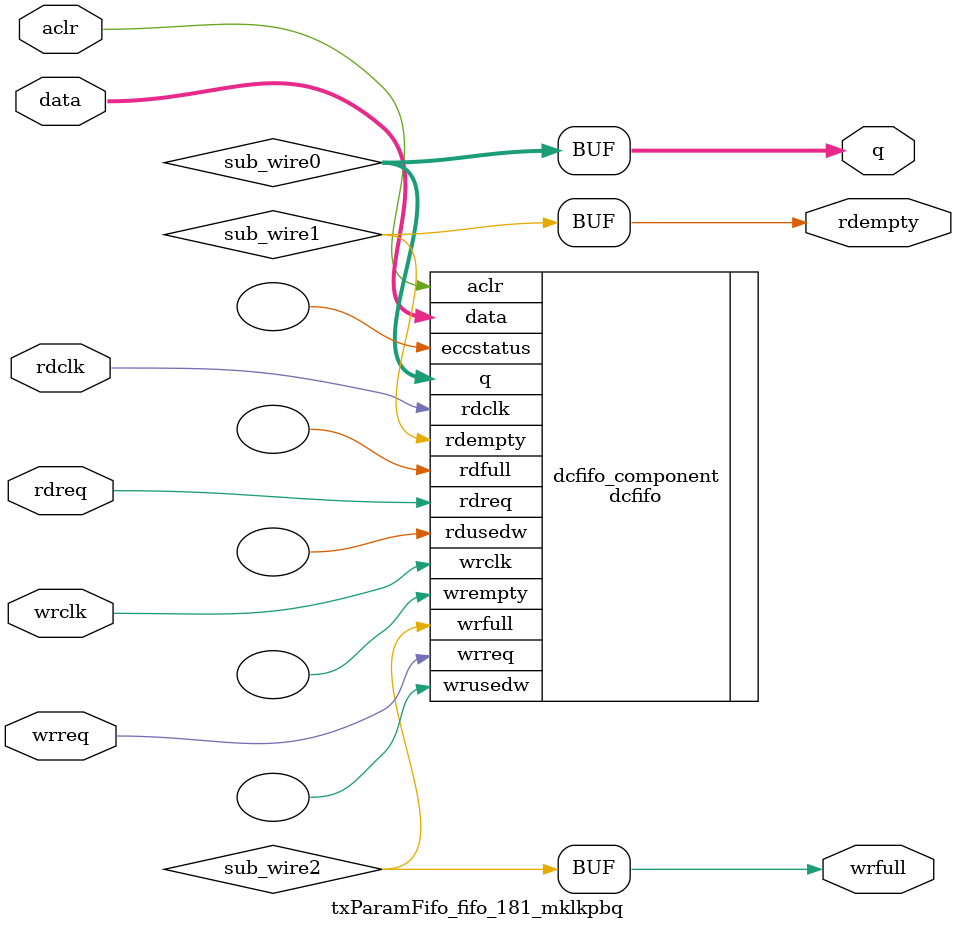
<source format=v>



`timescale 1 ps / 1 ps
// synopsys translate_on
module  txParamFifo_fifo_181_mklkpbq  (
    aclr,
    data,
    rdclk,
    rdreq,
    wrclk,
    wrreq,
    q,
    rdempty,
    wrfull);

    input    aclr;
    input  [10:0]  data;
    input    rdclk;
    input    rdreq;
    input    wrclk;
    input    wrreq;
    output [10:0]  q;
    output   rdempty;
    output   wrfull;
`ifndef ALTERA_RESERVED_QIS
// synopsys translate_off
`endif
    tri0     aclr;
`ifndef ALTERA_RESERVED_QIS
// synopsys translate_on
`endif

    wire [10:0] sub_wire0;
    wire  sub_wire1;
    wire  sub_wire2;
    wire [10:0] q = sub_wire0[10:0];
    wire  rdempty = sub_wire1;
    wire  wrfull = sub_wire2;

    dcfifo  dcfifo_component (
                .aclr (aclr),
                .data (data),
                .rdclk (rdclk),
                .rdreq (rdreq),
                .wrclk (wrclk),
                .wrreq (wrreq),
                .q (sub_wire0),
                .rdempty (sub_wire1),
                .wrfull (sub_wire2),
                .eccstatus (),
                .rdfull (),
                .rdusedw (),
                .wrempty (),
                .wrusedw ());
    defparam
        dcfifo_component.enable_ecc  = "FALSE",
        dcfifo_component.intended_device_family  = "Arria 10",
        dcfifo_component.lpm_hint  = "DISABLE_DCFIFO_EMBEDDED_TIMING_CONSTRAINT=TRUE",
        dcfifo_component.lpm_numwords  = 32,
        dcfifo_component.lpm_showahead  = "OFF",
        dcfifo_component.lpm_type  = "dcfifo",
        dcfifo_component.lpm_width  = 11,
        dcfifo_component.lpm_widthu  = 5,
        dcfifo_component.overflow_checking  = "ON",
        dcfifo_component.rdsync_delaypipe  = 4,
        dcfifo_component.read_aclr_synch  = "ON",
        dcfifo_component.underflow_checking  = "ON",
        dcfifo_component.use_eab  = "ON",
        dcfifo_component.write_aclr_synch  = "OFF",
        dcfifo_component.wrsync_delaypipe  = 4;


endmodule



</source>
